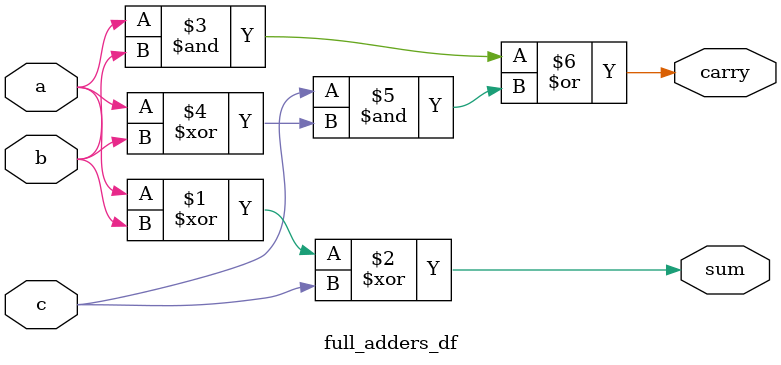
<source format=v>
module full_adders_df (
    input a,
    input b,
    input c,
    output sum,
    output carry
);
assign sum = a ^ b ^ c;
assign carry = (a & b) | (c & (a ^ b));
endmodule
</source>
